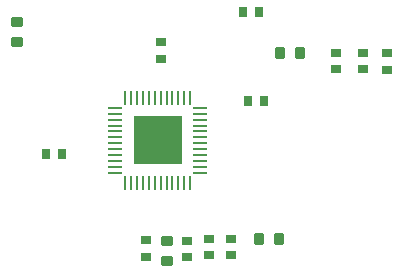
<source format=gtp>
G04*
G04 #@! TF.GenerationSoftware,Altium Limited,Altium Designer,22.7.1 (60)*
G04*
G04 Layer_Color=8421504*
%FSLAX25Y25*%
%MOIN*%
G70*
G04*
G04 #@! TF.SameCoordinates,AD343771-C5E9-4EEF-B234-C8D92CA984D8*
G04*
G04*
G04 #@! TF.FilePolarity,Positive*
G04*
G01*
G75*
%ADD17O,0.04724X0.00984*%
%ADD18O,0.00984X0.04724*%
%ADD19R,0.16142X0.16142*%
%ADD20R,0.03740X0.02953*%
%ADD21R,0.02953X0.03740*%
G04:AMPARAMS|DCode=22|XSize=39.37mil|YSize=35.43mil|CornerRadius=4.43mil|HoleSize=0mil|Usage=FLASHONLY|Rotation=0.000|XOffset=0mil|YOffset=0mil|HoleType=Round|Shape=RoundedRectangle|*
%AMROUNDEDRECTD22*
21,1,0.03937,0.02657,0,0,0.0*
21,1,0.03051,0.03543,0,0,0.0*
1,1,0.00886,0.01526,-0.01329*
1,1,0.00886,-0.01526,-0.01329*
1,1,0.00886,-0.01526,0.01329*
1,1,0.00886,0.01526,0.01329*
%
%ADD22ROUNDEDRECTD22*%
G04:AMPARAMS|DCode=23|XSize=39.37mil|YSize=35.43mil|CornerRadius=4.43mil|HoleSize=0mil|Usage=FLASHONLY|Rotation=270.000|XOffset=0mil|YOffset=0mil|HoleType=Round|Shape=RoundedRectangle|*
%AMROUNDEDRECTD23*
21,1,0.03937,0.02657,0,0,270.0*
21,1,0.03051,0.03543,0,0,270.0*
1,1,0.00886,-0.01329,-0.01526*
1,1,0.00886,-0.01329,0.01526*
1,1,0.00886,0.01329,0.01526*
1,1,0.00886,0.01329,-0.01526*
%
%ADD23ROUNDEDRECTD23*%
D17*
X440075Y292673D02*
D03*
Y294642D02*
D03*
Y296610D02*
D03*
Y298579D02*
D03*
Y300547D02*
D03*
Y302516D02*
D03*
Y304484D02*
D03*
Y306453D02*
D03*
Y308421D02*
D03*
Y310390D02*
D03*
Y312358D02*
D03*
Y314327D02*
D03*
X411925D02*
D03*
Y312358D02*
D03*
Y310390D02*
D03*
Y308421D02*
D03*
Y306453D02*
D03*
Y304484D02*
D03*
Y302516D02*
D03*
Y300547D02*
D03*
Y298579D02*
D03*
Y296610D02*
D03*
Y294642D02*
D03*
Y292673D02*
D03*
D18*
X436827Y317575D02*
D03*
X434858D02*
D03*
X432890D02*
D03*
X430921D02*
D03*
X428953D02*
D03*
X426984D02*
D03*
X425016D02*
D03*
X423047D02*
D03*
X421079D02*
D03*
X419110D02*
D03*
X417142D02*
D03*
X415173D02*
D03*
Y289425D02*
D03*
X417142D02*
D03*
X419110D02*
D03*
X421079D02*
D03*
X423047D02*
D03*
X425016D02*
D03*
X426984D02*
D03*
X428953D02*
D03*
X430921D02*
D03*
X432890D02*
D03*
X434858D02*
D03*
X436827D02*
D03*
D19*
X426000Y303500D02*
D03*
D20*
X502319Y332500D02*
D03*
Y326988D02*
D03*
X494319Y332756D02*
D03*
Y327244D02*
D03*
X485319Y332756D02*
D03*
Y327244D02*
D03*
X450500Y265244D02*
D03*
Y270756D02*
D03*
X443000Y265244D02*
D03*
Y270756D02*
D03*
X427000Y330744D02*
D03*
Y336256D02*
D03*
X422000Y270256D02*
D03*
Y264744D02*
D03*
X435719Y264462D02*
D03*
Y269973D02*
D03*
D21*
X454365Y346296D02*
D03*
X459877D02*
D03*
X461516Y316500D02*
D03*
X456004D02*
D03*
X388744Y299000D02*
D03*
X394256D02*
D03*
D22*
X379000Y342834D02*
D03*
Y336141D02*
D03*
X428953Y269847D02*
D03*
Y263154D02*
D03*
D23*
X466347Y270756D02*
D03*
X459654D02*
D03*
X466653Y332500D02*
D03*
X473347D02*
D03*
M02*

</source>
